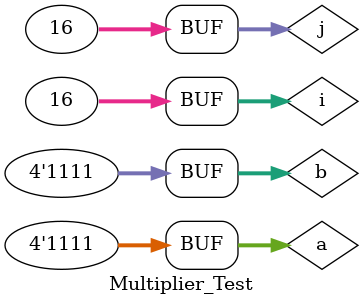
<source format=v>
`timescale 1ns / 1ps


module Multiplier_Test;

	// Inputs
	reg [3:0] a;
	reg [3:0] b;

	// Outputs
	wire [7:0] mul;
	
	integer i, j;

	// Instantiate the Unit Under Test (UUT)
	Multiplier uut (
		.a(a), 
		.b(b), 
		.mul(mul)
	);

	initial begin
		// Initialize Inputs
		a = 0;
		b = 0;

		// Wait 100 ns for global reset to finish
		// #100;
		
		for ( i = 0; i < 16; i = i + 1) begin
			for ( j = 0; j < 16; j = j + 1) begin
				#10 a = i;
				b = j;
			end
		end

	end
      
endmodule


</source>
